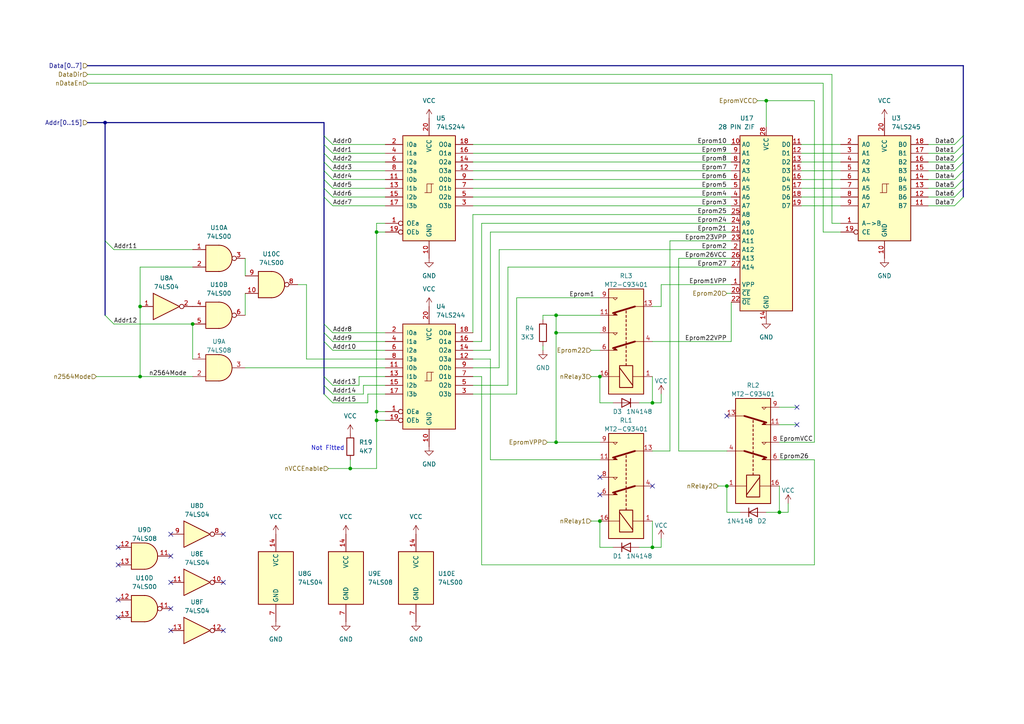
<source format=kicad_sch>
(kicad_sch (version 20211123) (generator eeschema)
  (paper "A4")
  (lib_symbols
    (symbol "74xx:74LS00" (pin_names (offset 1.016))
      (property "Reference" "U" (at 0 1.27 0))
      (property "Value" "74LS00" (at 0 -1.27 0))
      (symbol "74LS00_1_1"
        (arc (start 0 -3.81) (mid 3.81 0) (end 0 3.81) (stroke (width 0.254)) (fill (type background)))
        (polyline (pts (xy 0 3.81) (xy -3.81 3.81) (xy -3.81 -3.81) (xy 0 -3.81)) (stroke (width 0.254)) (fill (type background)))
        (pin input line (at -7.62 2.54 0) (length 3.81) (name "~") (number "1"))
        (pin input line (at -7.62 -2.54 0) (length 3.81) (name "~") (number "2"))
        (pin output inverted (at 7.62 0 180) (length 3.81) (name "~") (number "3"))
      )
      (symbol "74LS00_1_2"
        (arc (start -3.81 -3.81) (mid -2.589 0) (end -3.81 3.81) (stroke (width 0.254)))
        (arc (start -0.6096 -3.81) (mid 2.1842 -2.5851) (end 3.81 0) (stroke (width 0.254)) (fill (type background)))
        (polyline (pts (xy -3.81 -3.81) (xy -0.635 -3.81)) (stroke (width 0.254)) (fill (type background)))
        (polyline (pts (xy -3.81 3.81) (xy -0.635 3.81)) (stroke (width 0.254)) (fill (type background)))
        (polyline (pts (xy -0.635 3.81) (xy -3.81 3.81) (xy -3.81 3.81) (xy -3.556 3.4036) (xy -3.0226 2.2606) (xy -2.6924 1.0414) (xy -2.6162 -0.254) (xy -2.7686 -1.4986) (xy -3.175 -2.7178) (xy -3.81 -3.81) (xy -3.81 -3.81) (xy -0.635 -3.81)) (stroke (width -25.4)) (fill (type background)))
        (arc (start 3.81 0) (mid 2.1915 2.5936) (end -0.6096 3.81) (stroke (width 0.254)) (fill (type background)))
        (pin input inverted (at -7.62 2.54 0) (length 4.318) (name "~") (number "1"))
        (pin input inverted (at -7.62 -2.54 0) (length 4.318) (name "~") (number "2"))
        (pin output line (at 7.62 0 180) (length 3.81) (name "~") (number "3"))
      )
      (symbol "74LS00_2_1"
        (arc (start 0 -3.81) (mid 3.81 0) (end 0 3.81) (stroke (width 0.254)) (fill (type background)))
        (polyline (pts (xy 0 3.81) (xy -3.81 3.81) (xy -3.81 -3.81) (xy 0 -3.81)) (stroke (width 0.254)) (fill (type background)))
        (pin input line (at -7.62 2.54 0) (length 3.81) (name "~") (number "4"))
        (pin input line (at -7.62 -2.54 0) (length 3.81) (name "~") (number "5"))
        (pin output inverted (at 7.62 0 180) (length 3.81) (name "~") (number "6"))
      )
      (symbol "74LS00_2_2"
        (arc (start -3.81 -3.81) (mid -2.589 0) (end -3.81 3.81) (stroke (width 0.254)))
        (arc (start -0.6096 -3.81) (mid 2.1842 -2.5851) (end 3.81 0) (stroke (width 0.254)) (fill (type background)))
        (polyline (pts (xy -3.81 -3.81) (xy -0.635 -3.81)) (stroke (width 0.254)) (fill (type background)))
        (polyline (pts (xy -3.81 3.81) (xy -0.635 3.81)) (stroke (width 0.254)) (fill (type background)))
        (polyline (pts (xy -0.635 3.81) (xy -3.81 3.81) (xy -3.81 3.81) (xy -3.556 3.4036) (xy -3.0226 2.2606) (xy -2.6924 1.0414) (xy -2.6162 -0.254) (xy -2.7686 -1.4986) (xy -3.175 -2.7178) (xy -3.81 -3.81) (xy -3.81 -3.81) (xy -0.635 -3.81)) (stroke (width -25.4)) (fill (type background)))
        (arc (start 3.81 0) (mid 2.1915 2.5936) (end -0.6096 3.81) (stroke (width 0.254)) (fill (type background)))
        (pin input inverted (at -7.62 2.54 0) (length 4.318) (name "~") (number "4"))
        (pin input inverted (at -7.62 -2.54 0) (length 4.318) (name "~") (number "5"))
        (pin output line (at 7.62 0 180) (length 3.81) (name "~") (number "6"))
      )
      (symbol "74LS00_3_1"
        (arc (start 0 -3.81) (mid 3.81 0) (end 0 3.81) (stroke (width 0.254)) (fill (type background)))
        (polyline (pts (xy 0 3.81) (xy -3.81 3.81) (xy -3.81 -3.81) (xy 0 -3.81)) (stroke (width 0.254)) (fill (type background)))
        (pin input line (at -7.62 -2.54 0) (length 3.81) (name "~") (number "10"))
        (pin output inverted (at 7.62 0 180) (length 3.81) (name "~") (number "8"))
        (pin input line (at -7.62 2.54 0) (length 3.81) (name "~") (number "9"))
      )
      (symbol "74LS00_3_2"
        (arc (start -3.81 -3.81) (mid -2.589 0) (end -3.81 3.81) (stroke (width 0.254)))
        (arc (start -0.6096 -3.81) (mid 2.1842 -2.5851) (end 3.81 0) (stroke (width 0.254)) (fill (type background)))
        (polyline (pts (xy -3.81 -3.81) (xy -0.635 -3.81)) (stroke (width 0.254)) (fill (type background)))
        (polyline (pts (xy -3.81 3.81) (xy -0.635 3.81)) (stroke (width 0.254)) (fill (type background)))
        (polyline (pts (xy -0.635 3.81) (xy -3.81 3.81) (xy -3.81 3.81) (xy -3.556 3.4036) (xy -3.0226 2.2606) (xy -2.6924 1.0414) (xy -2.6162 -0.254) (xy -2.7686 -1.4986) (xy -3.175 -2.7178) (xy -3.81 -3.81) (xy -3.81 -3.81) (xy -0.635 -3.81)) (stroke (width -25.4)) (fill (type background)))
        (arc (start 3.81 0) (mid 2.1915 2.5936) (end -0.6096 3.81) (stroke (width 0.254)) (fill (type background)))
        (pin input inverted (at -7.62 -2.54 0) (length 4.318) (name "~") (number "10"))
        (pin output line (at 7.62 0 180) (length 3.81) (name "~") (number "8"))
        (pin input inverted (at -7.62 2.54 0) (length 4.318) (name "~") (number "9"))
      )
      (symbol "74LS00_4_1"
        (arc (start 0 -3.81) (mid 3.81 0) (end 0 3.81) (stroke (width 0.254)) (fill (type background)))
        (polyline (pts (xy 0 3.81) (xy -3.81 3.81) (xy -3.81 -3.81) (xy 0 -3.81)) (stroke (width 0.254)) (fill (type background)))
        (pin output inverted (at 7.62 0 180) (length 3.81) (name "~") (number "11"))
        (pin input line (at -7.62 2.54 0) (length 3.81) (name "~") (number "12"))
        (pin input line (at -7.62 -2.54 0) (length 3.81) (name "~") (number "13"))
      )
      (symbol "74LS00_4_2"
        (arc (start -3.81 -3.81) (mid -2.589 0) (end -3.81 3.81) (stroke (width 0.254)))
        (arc (start -0.6096 -3.81) (mid 2.1842 -2.5851) (end 3.81 0) (stroke (width 0.254)) (fill (type background)))
        (polyline (pts (xy -3.81 -3.81) (xy -0.635 -3.81)) (stroke (width 0.254)) (fill (type background)))
        (polyline (pts (xy -3.81 3.81) (xy -0.635 3.81)) (stroke (width 0.254)) (fill (type background)))
        (polyline (pts (xy -0.635 3.81) (xy -3.81 3.81) (xy -3.81 3.81) (xy -3.556 3.4036) (xy -3.0226 2.2606) (xy -2.6924 1.0414) (xy -2.6162 -0.254) (xy -2.7686 -1.4986) (xy -3.175 -2.7178) (xy -3.81 -3.81) (xy -3.81 -3.81) (xy -0.635 -3.81)) (stroke (width -25.4)) (fill (type background)))
        (arc (start 3.81 0) (mid 2.1915 2.5936) (end -0.6096 3.81) (stroke (width 0.254)) (fill (type background)))
        (pin output line (at 7.62 0 180) (length 3.81) (name "~") (number "11"))
        (pin input inverted (at -7.62 2.54 0) (length 4.318) (name "~") (number "12"))
        (pin input inverted (at -7.62 -2.54 0) (length 4.318) (name "~") (number "13"))
      )
      (symbol "74LS00_5_0"
        (pin power_in line (at 0 12.7 270) (length 5.08) (name "VCC") (number "14"))
        (pin power_in line (at 0 -12.7 90) (length 5.08) (name "GND") (number "7"))
      )
      (symbol "74LS00_5_1"
        (rectangle (start -5.08 7.62) (end 5.08 -7.62) (stroke (width 0.254)) (fill (type background)))
      )
    )
    (symbol "74xx:74LS04"
      (property "Reference" "U" (at 0 1.27 0))
      (property "Value" "74LS04" (at 0 -1.27 0))
      (symbol "74LS04_1_0"
        (polyline (pts (xy -3.81 3.81) (xy -3.81 -3.81) (xy 3.81 0) (xy -3.81 3.81)) (stroke (width 0.254)) (fill (type background)))
        (pin input line (at -7.62 0 0) (length 3.81) (name "~") (number "1"))
        (pin output inverted (at 7.62 0 180) (length 3.81) (name "~") (number "2"))
      )
      (symbol "74LS04_2_0"
        (polyline (pts (xy -3.81 3.81) (xy -3.81 -3.81) (xy 3.81 0) (xy -3.81 3.81)) (stroke (width 0.254)) (fill (type background)))
        (pin input line (at -7.62 0 0) (length 3.81) (name "~") (number "3"))
        (pin output inverted (at 7.62 0 180) (length 3.81) (name "~") (number "4"))
      )
      (symbol "74LS04_3_0"
        (polyline (pts (xy -3.81 3.81) (xy -3.81 -3.81) (xy 3.81 0) (xy -3.81 3.81)) (stroke (width 0.254)) (fill (type background)))
        (pin input line (at -7.62 0 0) (length 3.81) (name "~") (number "5"))
        (pin output inverted (at 7.62 0 180) (length 3.81) (name "~") (number "6"))
      )
      (symbol "74LS04_4_0"
        (polyline (pts (xy -3.81 3.81) (xy -3.81 -3.81) (xy 3.81 0) (xy -3.81 3.81)) (stroke (width 0.254)) (fill (type background)))
        (pin output inverted (at 7.62 0 180) (length 3.81) (name "~") (number "8"))
        (pin input line (at -7.62 0 0) (length 3.81) (name "~") (number "9"))
      )
      (symbol "74LS04_5_0"
        (polyline (pts (xy -3.81 3.81) (xy -3.81 -3.81) (xy 3.81 0) (xy -3.81 3.81)) (stroke (width 0.254)) (fill (type background)))
        (pin output inverted (at 7.62 0 180) (length 3.81) (name "~") (number "10"))
        (pin input line (at -7.62 0 0) (length 3.81) (name "~") (number "11"))
      )
      (symbol "74LS04_6_0"
        (polyline (pts (xy -3.81 3.81) (xy -3.81 -3.81) (xy 3.81 0) (xy -3.81 3.81)) (stroke (width 0.254)) (fill (type background)))
        (pin output inverted (at 7.62 0 180) (length 3.81) (name "~") (number "12"))
        (pin input line (at -7.62 0 0) (length 3.81) (name "~") (number "13"))
      )
      (symbol "74LS04_7_0"
        (pin power_in line (at 0 12.7 270) (length 5.08) (name "VCC") (number "14"))
        (pin power_in line (at 0 -12.7 90) (length 5.08) (name "GND") (number "7"))
      )
      (symbol "74LS04_7_1"
        (rectangle (start -5.08 7.62) (end 5.08 -7.62) (stroke (width 0.254)) (fill (type background)))
      )
    )
    (symbol "74xx:74LS08" (pin_names (offset 1.016))
      (property "Reference" "U" (at 0 1.27 0))
      (property "Value" "74LS08" (at 0 -1.27 0))
      (symbol "74LS08_1_1"
        (arc (start 0 -3.81) (mid 3.81 0) (end 0 3.81) (stroke (width 0.254)) (fill (type background)))
        (polyline (pts (xy 0 3.81) (xy -3.81 3.81) (xy -3.81 -3.81) (xy 0 -3.81)) (stroke (width 0.254)) (fill (type background)))
        (pin input line (at -7.62 2.54 0) (length 3.81) (name "~") (number "1"))
        (pin input line (at -7.62 -2.54 0) (length 3.81) (name "~") (number "2"))
        (pin output line (at 7.62 0 180) (length 3.81) (name "~") (number "3"))
      )
      (symbol "74LS08_1_2"
        (arc (start -3.81 -3.81) (mid -2.589 0) (end -3.81 3.81) (stroke (width 0.254)))
        (arc (start -0.6096 -3.81) (mid 2.1842 -2.5851) (end 3.81 0) (stroke (width 0.254)) (fill (type background)))
        (polyline (pts (xy -3.81 -3.81) (xy -0.635 -3.81)) (stroke (width 0.254)) (fill (type background)))
        (polyline (pts (xy -3.81 3.81) (xy -0.635 3.81)) (stroke (width 0.254)) (fill (type background)))
        (polyline (pts (xy -0.635 3.81) (xy -3.81 3.81) (xy -3.81 3.81) (xy -3.556 3.4036) (xy -3.0226 2.2606) (xy -2.6924 1.0414) (xy -2.6162 -0.254) (xy -2.7686 -1.4986) (xy -3.175 -2.7178) (xy -3.81 -3.81) (xy -3.81 -3.81) (xy -0.635 -3.81)) (stroke (width -25.4)) (fill (type background)))
        (arc (start 3.81 0) (mid 2.1915 2.5936) (end -0.6096 3.81) (stroke (width 0.254)) (fill (type background)))
        (pin input inverted (at -7.62 2.54 0) (length 4.318) (name "~") (number "1"))
        (pin input inverted (at -7.62 -2.54 0) (length 4.318) (name "~") (number "2"))
        (pin output inverted (at 7.62 0 180) (length 3.81) (name "~") (number "3"))
      )
      (symbol "74LS08_2_1"
        (arc (start 0 -3.81) (mid 3.81 0) (end 0 3.81) (stroke (width 0.254)) (fill (type background)))
        (polyline (pts (xy 0 3.81) (xy -3.81 3.81) (xy -3.81 -3.81) (xy 0 -3.81)) (stroke (width 0.254)) (fill (type background)))
        (pin input line (at -7.62 2.54 0) (length 3.81) (name "~") (number "4"))
        (pin input line (at -7.62 -2.54 0) (length 3.81) (name "~") (number "5"))
        (pin output line (at 7.62 0 180) (length 3.81) (name "~") (number "6"))
      )
      (symbol "74LS08_2_2"
        (arc (start -3.81 -3.81) (mid -2.589 0) (end -3.81 3.81) (stroke (width 0.254)))
        (arc (start -0.6096 -3.81) (mid 2.1842 -2.5851) (end 3.81 0) (stroke (width 0.254)) (fill (type background)))
        (polyline (pts (xy -3.81 -3.81) (xy -0.635 -3.81)) (stroke (width 0.254)) (fill (type background)))
        (polyline (pts (xy -3.81 3.81) (xy -0.635 3.81)) (stroke (width 0.254)) (fill (type background)))
        (polyline (pts (xy -0.635 3.81) (xy -3.81 3.81) (xy -3.81 3.81) (xy -3.556 3.4036) (xy -3.0226 2.2606) (xy -2.6924 1.0414) (xy -2.6162 -0.254) (xy -2.7686 -1.4986) (xy -3.175 -2.7178) (xy -3.81 -3.81) (xy -3.81 -3.81) (xy -0.635 -3.81)) (stroke (width -25.4)) (fill (type background)))
        (arc (start 3.81 0) (mid 2.1915 2.5936) (end -0.6096 3.81) (stroke (width 0.254)) (fill (type background)))
        (pin input inverted (at -7.62 2.54 0) (length 4.318) (name "~") (number "4"))
        (pin input inverted (at -7.62 -2.54 0) (length 4.318) (name "~") (number "5"))
        (pin output inverted (at 7.62 0 180) (length 3.81) (name "~") (number "6"))
      )
      (symbol "74LS08_3_1"
        (arc (start 0 -3.81) (mid 3.81 0) (end 0 3.81) (stroke (width 0.254)) (fill (type background)))
        (polyline (pts (xy 0 3.81) (xy -3.81 3.81) (xy -3.81 -3.81) (xy 0 -3.81)) (stroke (width 0.254)) (fill (type background)))
        (pin input line (at -7.62 -2.54 0) (length 3.81) (name "~") (number "10"))
        (pin output line (at 7.62 0 180) (length 3.81) (name "~") (number "8"))
        (pin input line (at -7.62 2.54 0) (length 3.81) (name "~") (number "9"))
      )
      (symbol "74LS08_3_2"
        (arc (start -3.81 -3.81) (mid -2.589 0) (end -3.81 3.81) (stroke (width 0.254)))
        (arc (start -0.6096 -3.81) (mid 2.1842 -2.5851) (end 3.81 0) (stroke (width 0.254)) (fill (type background)))
        (polyline (pts (xy -3.81 -3.81) (xy -0.635 -3.81)) (stroke (width 0.254)) (fill (type background)))
        (polyline (pts (xy -3.81 3.81) (xy -0.635 3.81)) (stroke (width 0.254)) (fill (type background)))
        (polyline (pts (xy -0.635 3.81) (xy -3.81 3.81) (xy -3.81 3.81) (xy -3.556 3.4036) (xy -3.0226 2.2606) (xy -2.6924 1.0414) (xy -2.6162 -0.254) (xy -2.7686 -1.4986) (xy -3.175 -2.7178) (xy -3.81 -3.81) (xy -3.81 -3.81) (xy -0.635 -3.81)) (stroke (width -25.4)) (fill (type background)))
        (arc (start 3.81 0) (mid 2.1915 2.5936) (end -0.6096 3.81) (stroke (width 0.254)) (fill (type background)))
        (pin input inverted (at -7.62 -2.54 0) (length 4.318) (name "~") (number "10"))
        (pin output inverted (at 7.62 0 180) (length 3.81) (name "~") (number "8"))
        (pin input inverted (at -7.62 2.54 0) (length 4.318) (name "~") (number "9"))
      )
      (symbol "74LS08_4_1"
        (arc (start 0 -3.81) (mid 3.81 0) (end 0 3.81) (stroke (width 0.254)) (fill (type background)))
        (polyline (pts (xy 0 3.81) (xy -3.81 3.81) (xy -3.81 -3.81) (xy 0 -3.81)) (stroke (width 0.254)) (fill (type background)))
        (pin output line (at 7.62 0 180) (length 3.81) (name "~") (number "11"))
        (pin input line (at -7.62 2.54 0) (length 3.81) (name "~") (number "12"))
        (pin input line (at -7.62 -2.54 0) (length 3.81) (name "~") (number "13"))
      )
      (symbol "74LS08_4_2"
        (arc (start -3.81 -3.81) (mid -2.589 0) (end -3.81 3.81) (stroke (width 0.254)))
        (arc (start -0.6096 -3.81) (mid 2.1842 -2.5851) (end 3.81 0) (stroke (width 0.254)) (fill (type background)))
        (polyline (pts (xy -3.81 -3.81) (xy -0.635 -3.81)) (stroke (width 0.254)) (fill (type background)))
        (polyline (pts (xy -3.81 3.81) (xy -0.635 3.81)) (stroke (width 0.254)) (fill (type background)))
        (polyline (pts (xy -0.635 3.81) (xy -3.81 3.81) (xy -3.81 3.81) (xy -3.556 3.4036) (xy -3.0226 2.2606) (xy -2.6924 1.0414) (xy -2.6162 -0.254) (xy -2.7686 -1.4986) (xy -3.175 -2.7178) (xy -3.81 -3.81) (xy -3.81 -3.81) (xy -0.635 -3.81)) (stroke (width -25.4)) (fill (type background)))
        (arc (start 3.81 0) (mid 2.1915 2.5936) (end -0.6096 3.81) (stroke (width 0.254)) (fill (type background)))
        (pin output inverted (at 7.62 0 180) (length 3.81) (name "~") (number "11"))
        (pin input inverted (at -7.62 2.54 0) (length 4.318) (name "~") (number "12"))
        (pin input inverted (at -7.62 -2.54 0) (length 4.318) (name "~") (number "13"))
      )
      (symbol "74LS08_5_0"
        (pin power_in line (at 0 12.7 270) (length 5.08) (name "VCC") (number "14"))
        (pin power_in line (at 0 -12.7 90) (length 5.08) (name "GND") (number "7"))
      )
      (symbol "74LS08_5_1"
        (rectangle (start -5.08 7.62) (end 5.08 -7.62) (stroke (width 0.254)) (fill (type background)))
      )
    )
    (symbol "74xx:74LS244" (pin_names (offset 1.016))
      (property "Reference" "U" (at -7.62 16.51 0))
      (property "Value" "74LS244" (at -7.62 -16.51 0))
      (symbol "74LS244_1_0"
        (polyline (pts (xy -0.635 -1.27) (xy -0.635 1.27) (xy 0.635 1.27)))
        (polyline (pts (xy -1.27 -1.27) (xy 0.635 -1.27) (xy 0.635 1.27) (xy 1.27 1.27)))
        (pin input inverted (at -12.7 -10.16 0) (length 5.08) (name "OEa") (number "1"))
        (pin power_in line (at 0 -20.32 90) (length 5.08) (name "GND") (number "10"))
        (pin input line (at -12.7 2.54 0) (length 5.08) (name "I0b") (number "11"))
        (pin tri_state line (at 12.7 5.08 180) (length 5.08) (name "O3a") (number "12"))
        (pin input line (at -12.7 0 0) (length 5.08) (name "I1b") (number "13"))
        (pin tri_state line (at 12.7 7.62 180) (length 5.08) (name "O2a") (number "14"))
        (pin input line (at -12.7 -2.54 0) (length 5.08) (name "I2b") (number "15"))
        (pin tri_state line (at 12.7 10.16 180) (length 5.08) (name "O1a") (number "16"))
        (pin input line (at -12.7 -5.08 0) (length 5.08) (name "I3b") (number "17"))
        (pin tri_state line (at 12.7 12.7 180) (length 5.08) (name "O0a") (number "18"))
        (pin input inverted (at -12.7 -12.7 0) (length 5.08) (name "OEb") (number "19"))
        (pin input line (at -12.7 12.7 0) (length 5.08) (name "I0a") (number "2"))
        (pin power_in line (at 0 20.32 270) (length 5.08) (name "VCC") (number "20"))
        (pin tri_state line (at 12.7 -5.08 180) (length 5.08) (name "O3b") (number "3"))
        (pin input line (at -12.7 10.16 0) (length 5.08) (name "I1a") (number "4"))
        (pin tri_state line (at 12.7 -2.54 180) (length 5.08) (name "O2b") (number "5"))
        (pin input line (at -12.7 7.62 0) (length 5.08) (name "I2a") (number "6"))
        (pin tri_state line (at 12.7 0 180) (length 5.08) (name "O1b") (number "7"))
        (pin input line (at -12.7 5.08 0) (length 5.08) (name "I3a") (number "8"))
        (pin tri_state line (at 12.7 2.54 180) (length 5.08) (name "O0b") (number "9"))
      )
      (symbol "74LS244_1_1"
        (rectangle (start -7.62 15.24) (end 7.62 -15.24) (stroke (width 0.254)) (fill (type background)))
      )
    )
    (symbol "74xx:74LS245" (pin_names (offset 1.016))
      (property "Reference" "U" (at -7.62 16.51 0))
      (property "Value" "74LS245" (at -7.62 -16.51 0))
      (symbol "74LS245_1_0"
        (polyline (pts (xy -0.635 -1.27) (xy -0.635 1.27) (xy 0.635 1.27)))
        (polyline (pts (xy -1.27 -1.27) (xy 0.635 -1.27) (xy 0.635 1.27) (xy 1.27 1.27)))
        (pin input line (at -12.7 -10.16 0) (length 5.08) (name "A->B") (number "1"))
        (pin power_in line (at 0 -20.32 90) (length 5.08) (name "GND") (number "10"))
        (pin tri_state line (at 12.7 -5.08 180) (length 5.08) (name "B7") (number "11"))
        (pin tri_state line (at 12.7 -2.54 180) (length 5.08) (name "B6") (number "12"))
        (pin tri_state line (at 12.7 0 180) (length 5.08) (name "B5") (number "13"))
        (pin tri_state line (at 12.7 2.54 180) (length 5.08) (name "B4") (number "14"))
        (pin tri_state line (at 12.7 5.08 180) (length 5.08) (name "B3") (number "15"))
        (pin tri_state line (at 12.7 7.62 180) (length 5.08) (name "B2") (number "16"))
        (pin tri_state line (at 12.7 10.16 180) (length 5.08) (name "B1") (number "17"))
        (pin tri_state line (at 12.7 12.7 180) (length 5.08) (name "B0") (number "18"))
        (pin input inverted (at -12.7 -12.7 0) (length 5.08) (name "CE") (number "19"))
        (pin tri_state line (at -12.7 12.7 0) (length 5.08) (name "A0") (number "2"))
        (pin power_in line (at 0 20.32 270) (length 5.08) (name "VCC") (number "20"))
        (pin tri_state line (at -12.7 10.16 0) (length 5.08) (name "A1") (number "3"))
        (pin tri_state line (at -12.7 7.62 0) (length 5.08) (name "A2") (number "4"))
        (pin tri_state line (at -12.7 5.08 0) (length 5.08) (name "A3") (number "5"))
        (pin tri_state line (at -12.7 2.54 0) (length 5.08) (name "A4") (number "6"))
        (pin tri_state line (at -12.7 0 0) (length 5.08) (name "A5") (number "7"))
        (pin tri_state line (at -12.7 -2.54 0) (length 5.08) (name "A6") (number "8"))
        (pin tri_state line (at -12.7 -5.08 0) (length 5.08) (name "A7") (number "9"))
      )
      (symbol "74LS245_1_1"
        (rectangle (start -7.62 15.24) (end 7.62 -15.24) (stroke (width 0.254)) (fill (type background)))
      )
    )
    (symbol "Device:D" (pin_numbers hide) (pin_names (offset 1.016) hide)
      (property "Reference" "D" (at 0 2.54 0))
      (property "Value" "D" (at 0 -2.54 0))
      (symbol "D_0_1"
        (polyline (pts (xy -1.27 1.27) (xy -1.27 -1.27)) (stroke (width 0.254)))
        (polyline (pts (xy 1.27 0) (xy -1.27 0)))
        (polyline (pts (xy 1.27 1.27) (xy 1.27 -1.27) (xy -1.27 0) (xy 1.27 1.27)) (stroke (width 0.254)))
      )
      (symbol "D_1_1"
        (pin passive line (at -3.81 0 0) (length 2.54) (name "K") (number "1"))
        (pin passive line (at 3.81 0 180) (length 2.54) (name "A") (number "2"))
      )
    )
    (symbol "Device:R" (pin_numbers hide) (pin_names (offset 0))
      (property "Reference" "R" (at 2.032 0 90))
      (property "Value" "R" (at 0 0 90))
      (symbol "R_0_1"
        (rectangle (start -1.016 -2.54) (end 1.016 2.54) (stroke (width 0.254)))
      )
      (symbol "R_1_1"
        (pin passive line (at 0 3.81 270) (length 1.27) (name "~") (number "1"))
        (pin passive line (at 0 -3.81 90) (length 1.27) (name "~") (number "2"))
      )
    )
    (symbol "MT2-C93401_1"
      (property "Reference" "RL" (at 16.51 3.81 0))
      (property "Value" "MT2-C93401_1" (at 16.51 1.27 0))
      (symbol "MT2-C93401_1_0_1"
        (rectangle (start -15.24 5.08) (end 15.24 -5.08) (stroke (width 0.254)) (fill (type background)))
        (rectangle (start -13.335 1.905) (end -6.985 -1.905) (stroke (width 0.254)))
        (polyline (pts (xy -12.7 -1.905) (xy -7.62 1.905)) (stroke (width 0.254)))
        (polyline (pts (xy -10.16 -5.08) (xy -10.16 -1.905)))
        (polyline (pts (xy -10.16 5.08) (xy -10.16 1.905)))
        (polyline (pts (xy -6.985 0) (xy -6.35 0)) (stroke (width 0.254)))
        (polyline (pts (xy -5.715 0) (xy -5.08 0)) (stroke (width 0.254)))
        (polyline (pts (xy -4.445 0) (xy -3.81 0)) (stroke (width 0.254)))
        (polyline (pts (xy -3.175 0) (xy -2.54 0)) (stroke (width 0.254)))
        (polyline (pts (xy -1.905 0) (xy -1.27 0)) (stroke (width 0.254)))
        (polyline (pts (xy -0.635 0) (xy 0 0)) (stroke (width 0.254)))
        (polyline (pts (xy 0 -2.54) (xy -1.905 3.81)) (stroke (width 0.508)))
        (polyline (pts (xy 0 -2.54) (xy 0 -5.08)))
        (polyline (pts (xy 0.635 0) (xy 1.27 0)) (stroke (width 0.254)))
        (polyline (pts (xy 1.905 0) (xy 2.54 0)) (stroke (width 0.254)))
        (polyline (pts (xy 3.175 0) (xy 3.81 0)) (stroke (width 0.254)))
        (polyline (pts (xy 4.445 0) (xy 5.08 0)) (stroke (width 0.254)))
        (polyline (pts (xy 5.715 0) (xy 6.35 0)) (stroke (width 0.254)))
        (polyline (pts (xy 6.985 0) (xy 7.62 0)) (stroke (width 0.254)))
        (polyline (pts (xy 8.255 0) (xy 8.89 0)) (stroke (width 0.254)))
        (polyline (pts (xy 10.16 -2.54) (xy 8.255 3.81)) (stroke (width 0.508)))
        (polyline (pts (xy 10.16 -2.54) (xy 10.16 -5.08)))
        (polyline (pts (xy -2.54 5.08) (xy -2.54 2.54) (xy -1.905 3.175) (xy -2.54 3.81)) (fill (type outline)))
        (polyline (pts (xy 2.54 5.08) (xy 2.54 2.54) (xy 1.905 3.175) (xy 2.54 3.81)))
        (polyline (pts (xy 7.62 5.08) (xy 7.62 2.54) (xy 8.255 3.175) (xy 7.62 3.81)) (fill (type outline)))
        (polyline (pts (xy 12.7 5.08) (xy 12.7 2.54) (xy 12.065 3.175) (xy 12.7 3.81)))
      )
      (symbol "MT2-C93401_1_1_1"
        (pin passive line (at -10.16 -7.62 90) (length 2.54) (name "~") (number "1"))
        (pin passive line (at 7.62 7.62 270) (length 2.54) (name "~") (number "11"))
        (pin passive line (at 10.16 -7.62 90) (length 2.54) (name "~") (number "13"))
        (pin passive line (at -10.16 7.62 270) (length 2.54) (name "~") (number "16"))
        (pin passive line (at 0 -7.62 90) (length 2.54) (name "~") (number "4"))
        (pin passive line (at -2.54 7.62 270) (length 2.54) (name "~") (number "6"))
        (pin passive line (at 2.54 7.62 270) (length 2.54) (name "~") (number "8"))
        (pin passive line (at 12.7 7.62 270) (length 2.54) (name "~") (number "9"))
      )
    )
    (symbol "Memory_EPROM:27256"
      (property "Reference" "U" (at -7.62 26.67 0))
      (property "Value" "27256" (at 2.54 -26.67 0))
      (symbol "27256_1_1"
        (rectangle (start -7.62 25.4) (end 7.62 -25.4) (stroke (width 0.254)) (fill (type background)))
        (pin input line (at -10.16 -17.78 0) (length 2.54) (name "VPP") (number "1"))
        (pin input line (at -10.16 22.86 0) (length 2.54) (name "A0") (number "10"))
        (pin tri_state line (at 10.16 22.86 180) (length 2.54) (name "D0") (number "11"))
        (pin tri_state line (at 10.16 20.32 180) (length 2.54) (name "D1") (number "12"))
        (pin tri_state line (at 10.16 17.78 180) (length 2.54) (name "D2") (number "13"))
        (pin power_in line (at 0 -27.94 90) (length 2.54) (name "GND") (number "14"))
        (pin tri_state line (at 10.16 15.24 180) (length 2.54) (name "D3") (number "15"))
        (pin tri_state line (at 10.16 12.7 180) (length 2.54) (name "D4") (number "16"))
        (pin tri_state line (at 10.16 10.16 180) (length 2.54) (name "D5") (number "17"))
        (pin tri_state line (at 10.16 7.62 180) (length 2.54) (name "D6") (number "18"))
        (pin tri_state line (at 10.16 5.08 180) (length 2.54) (name "D7") (number "19"))
        (pin input line (at -10.16 -7.62 0) (length 2.54) (name "A12") (number "2"))
        (pin input line (at -10.16 -20.32 0) (length 2.54) (name "~{CE}") (number "20"))
        (pin input line (at -10.16 -2.54 0) (length 2.54) (name "A10") (number "21"))
        (pin input line (at -10.16 -22.86 0) (length 2.54) (name "~{OE}") (number "22"))
        (pin input line (at -10.16 -5.08 0) (length 2.54) (name "A11") (number "23"))
        (pin input line (at -10.16 0 0) (length 2.54) (name "A9") (number "24"))
        (pin input line (at -10.16 2.54 0) (length 2.54) (name "A8") (number "25"))
        (pin input line (at -10.16 -10.16 0) (length 2.54) (name "A13") (number "26"))
        (pin input line (at -10.16 -12.7 0) (length 2.54) (name "A14") (number "27"))
        (pin power_in line (at 0 27.94 270) (length 2.54) (name "VCC") (number "28"))
        (pin input line (at -10.16 5.08 0) (length 2.54) (name "A7") (number "3"))
        (pin input line (at -10.16 7.62 0) (length 2.54) (name "A6") (number "4"))
        (pin input line (at -10.16 10.16 0) (length 2.54) (name "A5") (number "5"))
        (pin input line (at -10.16 12.7 0) (length 2.54) (name "A4") (number "6"))
        (pin input line (at -10.16 15.24 0) (length 2.54) (name "A3") (number "7"))
        (pin input line (at -10.16 17.78 0) (length 2.54) (name "A2") (number "8"))
        (pin input line (at -10.16 20.32 0) (length 2.54) (name "A1") (number "9"))
      )
    )
    (symbol "custom_symbols:MT2-C93401"
      (property "Reference" "RL" (at 16.51 3.81 0))
      (property "Value" "MT2-C93401" (at 16.51 1.27 0))
      (symbol "MT2-C93401_0_1"
        (rectangle (start -15.24 5.08) (end 15.24 -5.08) (stroke (width 0.254)) (fill (type background)))
        (rectangle (start -13.335 1.905) (end -6.985 -1.905) (stroke (width 0.254)))
        (polyline (pts (xy -12.7 -1.905) (xy -7.62 1.905)) (stroke (width 0.254)))
        (polyline (pts (xy -10.16 -5.08) (xy -10.16 -1.905)))
        (polyline (pts (xy -10.16 5.08) (xy -10.16 1.905)))
        (polyline (pts (xy -6.985 0) (xy -6.35 0)) (stroke (width 0.254)))
        (polyline (pts (xy -5.715 0) (xy -5.08 0)) (stroke (width 0.254)))
        (polyline (pts (xy -4.445 0) (xy -3.81 0)) (stroke (width 0.254)))
        (polyline (pts (xy -3.175 0) (xy -2.54 0)) (stroke (width 0.254)))
        (polyline (pts (xy -1.905 0) (xy -1.27 0)) (stroke (width 0.254)))
        (polyline (pts (xy -0.635 0) (xy 0 0)) (stroke (width 0.254)))
        (polyline (pts (xy 0 -2.54) (xy -1.905 3.81)) (stroke (width 0.508)))
        (polyline (pts (xy 0 -2.54) (xy 0 -5.08)))
        (polyline (pts (xy 0.635 0) (xy 1.27 0)) (stroke (width 0.254)))
        (polyline (pts (xy 1.905 0) (xy 2.54 0)) (stroke (width 0.254)))
        (polyline (pts (xy 3.175 0) (xy 3.81 0)) (stroke (width 0.254)))
        (polyline (pts (xy 4.445 0) (xy 5.08 0)) (stroke (width 0.254)))
        (polyline (pts (xy 5.715 0) (xy 6.35 0)) (stroke (width 0.254)))
        (polyline (pts (xy 6.985 0) (xy 7.62 0)) (stroke (width 0.254)))
        (polyline (pts (xy 8.255 0) (xy 8.89 0)) (stroke (width 0.254)))
        (polyline (pts (xy 10.16 -2.54) (xy 8.255 3.81)) (stroke (width 0.508)))
        (polyline (pts (xy 10.16 -2.54) (xy 10.16 -5.08)))
        (polyline (pts (xy -2.54 5.08) (xy -2.54 2.54) (xy -1.905 3.175) (xy -2.54 3.81)) (fill (type outline)))
        (polyline (pts (xy 2.54 5.08) (xy 2.54 2.54) (xy 1.905 3.175) (xy 2.54 3.81)))
        (polyline (pts (xy 7.62 5.08) (xy 7.62 2.54) (xy 8.255 3.175) (xy 7.62 3.81)) (fill (type outline)))
        (polyline (pts (xy 12.7 5.08) (xy 12.7 2.54) (xy 12.065 3.175) (xy 12.7 3.81)))
      )
      (symbol "MT2-C93401_1_1"
        (pin passive line (at -10.16 -7.62 90) (length 2.54) (name "~") (number "1"))
        (pin passive line (at 7.62 7.62 270) (length 2.54) (name "~") (number "11"))
        (pin passive line (at 10.16 -7.62 90) (length 2.54) (name "~") (number "13"))
        (pin passive line (at -10.16 7.62 270) (length 2.54) (name "~") (number "16"))
        (pin passive line (at 0 -7.62 90) (length 2.54) (name "~") (number "4"))
        (pin passive line (at -2.54 7.62 270) (length 2.54) (name "~") (number "6"))
        (pin passive line (at 2.54 7.62 270) (length 2.54) (name "~") (number "8"))
        (pin passive line (at 12.7 7.62 270) (length 2.54) (name "~") (number "9"))
      )
    )
    (symbol "power:GND" (power) (pin_names (offset 0))
      (property "Value" "GND" (at 0 -3.81 0))
      (symbol "GND_0_1"
        (polyline (pts (xy 0 0) (xy 0 -1.27) (xy 1.27 -1.27) (xy 0 -2.54) (xy -1.27 -1.27) (xy 0 -1.27)))
      )
      (symbol "GND_1_1"
        (pin power_in line (at 0 0 270) (length 0) hide (name "GND") (number "1"))
      )
    )
    (symbol "power:VCC" (power) (pin_names (offset 0))
      (property "Value" "VCC" (at 0 3.81 0))
      (symbol "VCC_0_1"
        (polyline (pts (xy -0.762 1.27) (xy 0 2.54)))
        (polyline (pts (xy 0 0) (xy 0 2.54)))
        (polyline (pts (xy 0 2.54) (xy 0.762 1.27)))
      )
      (symbol "VCC_1_1"
        (pin power_in line (at 0 0 90) (length 0) hide (name "VCC") (number "1"))
      )
    )
  )
  (junction (at 189.23 158.75))
  (junction (at 161.29 96.52))
  (junction (at 222.25 29.21))
  (junction (at 210.82 140.97))
  (junction (at 40.64 88.9))
  (junction (at 109.22 67.31))
  (junction (at 226.06 148.59))
  (junction (at 161.29 128.27))
  (junction (at 109.22 121.92))
  (junction (at 30.48 35.56))
  (junction (at 101.6 135.89))
  (junction (at 55.88 93.98))
  (junction (at 161.29 91.44))
  (junction (at 173.99 109.22))
  (junction (at 109.22 119.38))
  (junction (at 173.99 151.13))
  (junction (at 189.23 116.84))
  (junction (at 40.64 109.22))
  (no_connect (at 34.29 158.75))
  (no_connect (at 189.23 140.97))
  (no_connect (at 64.77 154.94))
  (no_connect (at 210.82 120.65))
  (no_connect (at 173.99 143.51))
  (no_connect (at 49.53 161.29))
  (no_connect (at 231.14 118.11))
  (no_connect (at 64.77 182.88))
  (no_connect (at 49.53 154.94))
  (no_connect (at 49.53 168.91))
  (no_connect (at 173.99 138.43))
  (no_connect (at 64.77 168.91))
  (no_connect (at 34.29 163.83))
  (no_connect (at 49.53 176.53))
  (no_connect (at 231.14 123.19))
  (no_connect (at 34.29 173.99))
  (no_connect (at 49.53 182.88))
  (no_connect (at 34.29 179.07))
  (bus_entry (at 93.98 114.3) (size 2.54 2.54))
  (bus_entry (at 279.4 39.37) (size -2.54 2.54))
  (bus_entry (at 93.98 44.45) (size 2.54 2.54))
  (bus_entry (at 93.98 99.06) (size 2.54 2.54))
  (bus_entry (at 279.4 57.15) (size -2.54 2.54))
  (bus_entry (at 93.98 111.76) (size 2.54 2.54))
  (bus_entry (at 93.98 52.07) (size 2.54 2.54))
  (bus_entry (at 93.98 39.37) (size 2.54 2.54))
  (bus_entry (at 279.4 52.07) (size -2.54 2.54))
  (bus_entry (at 30.48 91.44) (size 2.54 2.54))
  (bus_entry (at 93.98 49.53) (size 2.54 2.54))
  (bus_entry (at 279.4 44.45) (size -2.54 2.54))
  (bus_entry (at 279.4 49.53) (size -2.54 2.54))
  (bus_entry (at 93.98 93.98) (size 2.54 2.54))
  (bus_entry (at 279.4 46.99) (size -2.54 2.54))
  (bus_entry (at 93.98 109.22) (size 2.54 2.54))
  (bus_entry (at 93.98 46.99) (size 2.54 2.54))
  (bus_entry (at 93.98 41.91) (size 2.54 2.54))
  (bus_entry (at 279.4 41.91) (size -2.54 2.54))
  (bus_entry (at 93.98 54.61) (size 2.54 2.54))
  (bus_entry (at 30.48 69.85) (size 2.54 2.54))
  (bus_entry (at 279.4 54.61) (size -2.54 2.54))
  (bus_entry (at 93.98 57.15) (size 2.54 2.54))
  (bus_entry (at 93.98 96.52) (size 2.54 2.54))
  (wire (pts (xy 137.16 54.61) (xy 212.09 54.61)))
  (bus (pts (xy 25.4 35.56) (xy 30.48 35.56)))
  (wire (pts (xy 236.22 133.35) (xy 236.22 163.83)))
  (wire (pts (xy 142.24 133.35) (xy 173.99 133.35)))
  (wire (pts (xy 212.09 74.93) (xy 196.85 74.93)))
  (wire (pts (xy 222.25 148.59) (xy 226.06 148.59)))
  (bus (pts (xy 93.98 93.98) (xy 93.98 96.52)))
  (wire (pts (xy 137.16 96.52) (xy 137.16 62.23)))
  (wire (pts (xy 104.14 109.22) (xy 104.14 111.76)))
  (bus (pts (xy 279.4 19.05) (xy 279.4 39.37)))
  (wire (pts (xy 241.3 21.59) (xy 241.3 64.77)))
  (wire (pts (xy 232.41 59.69) (xy 243.84 59.69)))
  (wire (pts (xy 177.8 116.84) (xy 173.99 116.84)))
  (wire (pts (xy 144.78 106.68) (xy 144.78 72.39)))
  (bus (pts (xy 30.48 69.85) (xy 30.48 91.44)))
  (wire (pts (xy 27.94 109.22) (xy 40.64 109.22)))
  (wire (pts (xy 194.31 69.85) (xy 212.09 69.85)))
  (bus (pts (xy 93.98 49.53) (xy 93.98 52.07)))
  (bus (pts (xy 93.98 46.99) (xy 93.98 49.53)))
  (bus (pts (xy 279.4 54.61) (xy 279.4 57.15)))
  (wire (pts (xy 189.23 116.84) (xy 191.77 116.84)))
  (bus (pts (xy 279.4 46.99) (xy 279.4 49.53)))
  (wire (pts (xy 161.29 96.52) (xy 161.29 128.27)))
  (bus (pts (xy 30.48 35.56) (xy 30.48 69.85)))
  (wire (pts (xy 232.41 57.15) (xy 243.84 57.15)))
  (wire (pts (xy 185.42 116.84) (xy 189.23 116.84)))
  (wire (pts (xy 109.22 135.89) (xy 109.22 121.92)))
  (wire (pts (xy 189.23 116.84) (xy 189.23 109.22)))
  (bus (pts (xy 279.4 44.45) (xy 279.4 46.99)))
  (wire (pts (xy 189.23 99.06) (xy 212.09 99.06)))
  (wire (pts (xy 137.16 114.3) (xy 149.86 114.3)))
  (wire (pts (xy 232.41 46.99) (xy 243.84 46.99)))
  (wire (pts (xy 109.22 67.31) (xy 109.22 64.77)))
  (wire (pts (xy 157.48 100.33) (xy 157.48 101.6)))
  (wire (pts (xy 96.52 99.06) (xy 111.76 99.06)))
  (wire (pts (xy 276.86 54.61) (xy 269.24 54.61)))
  (wire (pts (xy 109.22 121.92) (xy 109.22 119.38)))
  (wire (pts (xy 105.41 114.3) (xy 105.41 111.76)))
  (wire (pts (xy 232.41 52.07) (xy 243.84 52.07)))
  (wire (pts (xy 177.8 158.75) (xy 173.99 158.75)))
  (wire (pts (xy 222.25 29.21) (xy 222.25 36.83)))
  (wire (pts (xy 96.52 44.45) (xy 111.76 44.45)))
  (wire (pts (xy 189.23 88.9) (xy 191.77 88.9)))
  (bus (pts (xy 279.4 41.91) (xy 279.4 44.45)))
  (bus (pts (xy 25.4 19.05) (xy 279.4 19.05)))
  (bus (pts (xy 93.98 54.61) (xy 93.98 57.15)))
  (wire (pts (xy 88.9 82.55) (xy 88.9 104.14)))
  (wire (pts (xy 137.16 109.22) (xy 139.7 109.22)))
  (wire (pts (xy 161.29 91.44) (xy 161.29 96.52)))
  (wire (pts (xy 210.82 85.09) (xy 212.09 85.09)))
  (wire (pts (xy 25.4 21.59) (xy 241.3 21.59)))
  (wire (pts (xy 139.7 163.83) (xy 236.22 163.83)))
  (wire (pts (xy 40.64 88.9) (xy 40.64 77.47)))
  (wire (pts (xy 96.52 54.61) (xy 111.76 54.61)))
  (wire (pts (xy 111.76 109.22) (xy 104.14 109.22)))
  (wire (pts (xy 71.12 74.93) (xy 71.12 80.01)))
  (wire (pts (xy 161.29 128.27) (xy 173.99 128.27)))
  (wire (pts (xy 228.6 146.05) (xy 228.6 148.59)))
  (wire (pts (xy 40.64 109.22) (xy 40.64 88.9)))
  (wire (pts (xy 173.99 158.75) (xy 173.99 151.13)))
  (wire (pts (xy 96.52 52.07) (xy 111.76 52.07)))
  (bus (pts (xy 93.98 39.37) (xy 93.98 41.91)))
  (wire (pts (xy 88.9 82.55) (xy 86.36 82.55)))
  (wire (pts (xy 212.09 82.55) (xy 191.77 82.55)))
  (wire (pts (xy 101.6 133.35) (xy 101.6 135.89)))
  (bus (pts (xy 93.98 111.76) (xy 93.98 114.3)))
  (wire (pts (xy 71.12 85.09) (xy 71.12 91.44)))
  (wire (pts (xy 189.23 158.75) (xy 189.23 151.13)))
  (wire (pts (xy 109.22 119.38) (xy 109.22 67.31)))
  (wire (pts (xy 144.78 72.39) (xy 212.09 72.39)))
  (wire (pts (xy 40.64 77.47) (xy 55.88 77.47)))
  (wire (pts (xy 196.85 74.93) (xy 196.85 130.81)))
  (wire (pts (xy 238.76 67.31) (xy 243.84 67.31)))
  (wire (pts (xy 137.16 111.76) (xy 147.32 111.76)))
  (bus (pts (xy 30.48 35.56) (xy 93.98 35.56)))
  (wire (pts (xy 137.16 57.15) (xy 212.09 57.15)))
  (wire (pts (xy 219.71 29.21) (xy 222.25 29.21)))
  (wire (pts (xy 137.16 101.6) (xy 142.24 101.6)))
  (wire (pts (xy 137.16 106.68) (xy 144.78 106.68)))
  (wire (pts (xy 214.63 148.59) (xy 210.82 148.59)))
  (wire (pts (xy 142.24 101.6) (xy 142.24 67.31)))
  (wire (pts (xy 96.52 101.6) (xy 111.76 101.6)))
  (bus (pts (xy 93.98 44.45) (xy 93.98 46.99)))
  (wire (pts (xy 157.48 92.71) (xy 157.48 91.44)))
  (wire (pts (xy 276.86 49.53) (xy 269.24 49.53)))
  (wire (pts (xy 173.99 109.22) (xy 171.45 109.22)))
  (bus (pts (xy 93.98 109.22) (xy 93.98 111.76)))
  (wire (pts (xy 276.86 41.91) (xy 269.24 41.91)))
  (wire (pts (xy 137.16 99.06) (xy 139.7 99.06)))
  (wire (pts (xy 96.52 96.52) (xy 111.76 96.52)))
  (wire (pts (xy 109.22 64.77) (xy 111.76 64.77)))
  (wire (pts (xy 191.77 114.3) (xy 191.77 116.84)))
  (wire (pts (xy 276.86 52.07) (xy 269.24 52.07)))
  (wire (pts (xy 276.86 46.99) (xy 269.24 46.99)))
  (wire (pts (xy 96.52 111.76) (xy 104.14 111.76)))
  (wire (pts (xy 189.23 158.75) (xy 191.77 158.75)))
  (wire (pts (xy 137.16 46.99) (xy 212.09 46.99)))
  (wire (pts (xy 55.88 93.98) (xy 55.88 104.14)))
  (wire (pts (xy 111.76 104.14) (xy 88.9 104.14)))
  (wire (pts (xy 96.52 49.53) (xy 111.76 49.53)))
  (wire (pts (xy 109.22 67.31) (xy 111.76 67.31)))
  (wire (pts (xy 147.32 77.47) (xy 147.32 111.76)))
  (wire (pts (xy 226.06 148.59) (xy 228.6 148.59)))
  (wire (pts (xy 137.16 62.23) (xy 212.09 62.23)))
  (wire (pts (xy 191.77 156.21) (xy 191.77 158.75)))
  (wire (pts (xy 276.86 59.69) (xy 269.24 59.69)))
  (wire (pts (xy 161.29 91.44) (xy 173.99 91.44)))
  (wire (pts (xy 96.52 114.3) (xy 105.41 114.3)))
  (wire (pts (xy 71.12 106.68) (xy 111.76 106.68)))
  (wire (pts (xy 111.76 121.92) (xy 109.22 121.92)))
  (wire (pts (xy 232.41 54.61) (xy 243.84 54.61)))
  (wire (pts (xy 173.99 86.36) (xy 149.86 86.36)))
  (bus (pts (xy 93.98 96.52) (xy 93.98 99.06)))
  (wire (pts (xy 191.77 82.55) (xy 191.77 88.9)))
  (wire (pts (xy 157.48 91.44) (xy 161.29 91.44)))
  (wire (pts (xy 142.24 104.14) (xy 142.24 133.35)))
  (wire (pts (xy 139.7 109.22) (xy 139.7 163.83)))
  (wire (pts (xy 96.52 59.69) (xy 111.76 59.69)))
  (wire (pts (xy 222.25 29.21) (xy 236.22 29.21)))
  (bus (pts (xy 279.4 52.07) (xy 279.4 54.61)))
  (wire (pts (xy 105.41 111.76) (xy 111.76 111.76)))
  (wire (pts (xy 96.52 41.91) (xy 111.76 41.91)))
  (bus (pts (xy 93.98 35.56) (xy 93.98 39.37)))
  (bus (pts (xy 279.4 39.37) (xy 279.4 41.91)))
  (wire (pts (xy 232.41 49.53) (xy 243.84 49.53)))
  (wire (pts (xy 137.16 41.91) (xy 212.09 41.91)))
  (wire (pts (xy 142.24 67.31) (xy 212.09 67.31)))
  (wire (pts (xy 139.7 64.77) (xy 212.09 64.77)))
  (wire (pts (xy 173.99 151.13) (xy 171.45 151.13)))
  (bus (pts (xy 93.98 41.91) (xy 93.98 44.45)))
  (wire (pts (xy 173.99 116.84) (xy 173.99 109.22)))
  (wire (pts (xy 137.16 52.07) (xy 212.09 52.07)))
  (wire (pts (xy 139.7 99.06) (xy 139.7 64.77)))
  (wire (pts (xy 171.45 101.6) (xy 173.99 101.6)))
  (wire (pts (xy 243.84 64.77) (xy 241.3 64.77)))
  (wire (pts (xy 232.41 44.45) (xy 243.84 44.45)))
  (wire (pts (xy 226.06 148.59) (xy 226.06 140.97)))
  (wire (pts (xy 96.52 46.99) (xy 111.76 46.99)))
  (wire (pts (xy 33.02 72.39) (xy 55.88 72.39)))
  (wire (pts (xy 95.25 135.89) (xy 101.6 135.89)))
  (wire (pts (xy 194.31 130.81) (xy 194.31 69.85)))
  (wire (pts (xy 238.76 24.13) (xy 238.76 67.31)))
  (wire (pts (xy 232.41 41.91) (xy 243.84 41.91)))
  (wire (pts (xy 106.68 114.3) (xy 106.68 116.84)))
  (wire (pts (xy 231.14 118.11) (xy 226.06 118.11)))
  (wire (pts (xy 137.16 49.53) (xy 212.09 49.53)))
  (wire (pts (xy 189.23 130.81) (xy 194.31 130.81)))
  (wire (pts (xy 137.16 59.69) (xy 212.09 59.69)))
  (wire (pts (xy 236.22 128.27) (xy 226.06 128.27)))
  (wire (pts (xy 210.82 140.97) (xy 208.28 140.97)))
  (wire (pts (xy 210.82 130.81) (xy 196.85 130.81)))
  (wire (pts (xy 276.86 44.45) (xy 269.24 44.45)))
  (wire (pts (xy 101.6 135.89) (xy 109.22 135.89)))
  (wire (pts (xy 161.29 96.52) (xy 173.99 96.52)))
  (wire (pts (xy 236.22 29.21) (xy 236.22 128.27)))
  (bus (pts (xy 93.98 99.06) (xy 93.98 109.22)))
  (wire (pts (xy 212.09 77.47) (xy 147.32 77.47)))
  (wire (pts (xy 158.75 128.27) (xy 161.29 128.27)))
  (wire (pts (xy 236.22 133.35) (xy 226.06 133.35)))
  (bus (pts (xy 93.98 57.15) (xy 93.98 93.98)))
  (wire (pts (xy 149.86 86.36) (xy 149.86 114.3)))
  (wire (pts (xy 185.42 158.75) (xy 189.23 158.75)))
  (wire (pts (xy 210.82 148.59) (xy 210.82 140.97)))
  (wire (pts (xy 106.68 114.3) (xy 111.76 114.3)))
  (wire (pts (xy 212.09 87.63) (xy 212.09 99.06)))
  (wire (pts (xy 137.16 104.14) (xy 142.24 104.14)))
  (wire (pts (xy 33.02 93.98) (xy 55.88 93.98)))
  (wire (pts (xy 276.86 57.15) (xy 269.24 57.15)))
  (wire (pts (xy 55.88 109.22) (xy 40.64 109.22)))
  (wire (pts (xy 96.52 57.15) (xy 111.76 57.15)))
  (wire (pts (xy 25.4 24.13) (xy 238.76 24.13)))
  (bus (pts (xy 93.98 52.07) (xy 93.98 54.61)))
  (bus (pts (xy 279.4 49.53) (xy 279.4 52.07)))
  (wire (pts (xy 137.16 44.45) (xy 212.09 44.45)))
  (wire (pts (xy 96.52 116.84) (xy 106.68 116.84)))
  (wire (pts (xy 109.22 119.38) (xy 111.76 119.38)))
  (wire (pts (xy 231.14 123.19) (xy 226.06 123.19)))
  (text "Not Fitted" (at 90.17 130.81 0) (effects (font (size 1.27 1.27)) (justify left bottom)))
  (label "Addr5" (at 96.52 54.61 0))
  (label "Eprom24" (at 210.82 64.77 180))
  (label "Addr1" (at 96.52 44.45 0))
  (label "Addr9" (at 96.52 99.06 0))
  (label "Addr4" (at 96.52 52.07 0))
  (label "Eprom22VPP" (at 210.82 99.06 180))
  (label "Data1" (at 276.86 44.45 180))
  (label "Eprom26" (at 226.06 133.35 0))
  (label "Eprom25" (at 210.82 62.23 180))
  (label "Eprom26VCC" (at 210.82 74.93 180))
  (label "Addr13" (at 96.52 111.76 0))
  (label "Data2" (at 276.86 46.99 180))
  (label "Data3" (at 276.86 49.53 180))
  (label "Addr6" (at 96.52 57.15 0))
  (label "Eprom1" (at 165.1 86.36 0))
  (label "Eprom1VPP" (at 210.82 82.55 180))
  (label "Eprom21" (at 210.82 67.31 180))
  (label "Addr2" (at 96.52 46.99 0))
  (label "Eprom27" (at 210.82 77.47 180))
  (label "EpromVCC" (at 226.06 128.27 0))
  (label "Addr12" (at 33.02 93.98 0))
  (label "Eprom5" (at 210.82 54.61 180))
  (label "Eprom4" (at 210.82 57.15 180))
  (label "Addr11" (at 33.02 72.39 0))
  (label "Eprom23VPP" (at 210.82 69.85 180))
  (label "Data0" (at 276.86 41.91 180))
  (label "Eprom9" (at 210.82 44.45 180))
  (label "Eprom10" (at 210.82 41.91 180))
  (label "Data6" (at 276.86 57.15 180))
  (label "Data4" (at 276.86 52.07 180))
  (label "Eprom8" (at 210.82 46.99 180))
  (label "Data7" (at 276.86 59.69 180))
  (label "Addr3" (at 96.52 49.53 0))
  (label "Data5" (at 276.86 54.61 180))
  (label "Eprom7" (at 210.82 49.53 180))
  (label "Addr14" (at 96.52 114.3 0))
  (label "n2564Mode" (at 43.18 109.22 0))
  (label "Addr15" (at 96.52 116.84 0))
  (label "Eprom3" (at 210.82 59.69 180))
  (label "Eprom2" (at 210.82 72.39 180))
  (label "Addr0" (at 96.52 41.91 0))
  (label "Addr7" (at 96.52 59.69 0))
  (label "Addr10" (at 96.52 101.6 0))
  (label "Addr8" (at 96.52 96.52 0))
  (label "Eprom6" (at 210.82 52.07 180))
  (hierarchical_label "nRelay1" (shape input) (at 171.45 151.13 180))
  (hierarchical_label "n2564Mode" (shape input) (at 27.94 109.22 180))
  (hierarchical_label "Eprom22" (shape input) (at 171.45 101.6 180))
  (hierarchical_label "nRelay2" (shape input) (at 208.28 140.97 180))
  (hierarchical_label "Eprom20" (shape input) (at 210.82 85.09 180))
  (hierarchical_label "Addr[0..15]" (shape input) (at 25.4 35.56 180))
  (hierarchical_label "nDataEn" (shape input) (at 25.4 24.13 180))
  (hierarchical_label "nVCCEnable" (shape input) (at 95.25 135.89 180))
  (hierarchical_label "EpromVCC" (shape input) (at 219.71 29.21 180))
  (hierarchical_label "Data[0..7]" (shape input) (at 25.4 19.05 180))
  (hierarchical_label "DataDir" (shape input) (at 25.4 21.59 180))
  (hierarchical_label "nRelay3" (shape input) (at 171.45 109.22 180))
  (hierarchical_label "EpromVPP" (shape input) (at 158.75 128.27 180))
  (symbol (lib_id "power:VCC") (at 228.6 146.05 0) (mirror y) (unit 1)
    (property "Reference" "#PWR0124" (effects hide))
    (property "Value" "VCC" (at 228.6 142.24 0))
  )
  (symbol (lib_id "74xx:74LS00") (at 78.74 82.55 0) (unit 3)
    (property "Reference" "U10" (at 78.74 73.66 0))
    (property "Value" "74LS00" (at 78.74 76.2 0))
    (property "Footprint" "Package_DIP:DIP-14_W7.62mm" (effects hide))
    (property "Datasheet" "http://www.ti.com/lit/gpn/sn74ls00" (effects hide))
  )
  (symbol (lib_id "74xx:74LS08") (at 41.91 161.29 0) (unit 4)
    (property "Reference" "U9" (at 41.91 153.67 0))
    (property "Value" "74LS08" (at 41.91 156.21 0))
    (property "Footprint" "Package_DIP:DIP-14_W7.62mm" (effects hide))
    (property "Datasheet" "http://www.ti.com/lit/gpn/sn74LS08" (effects hide))
  )
  (symbol (lib_id "Device:D") (at 181.61 116.84 180) (unit 1)
    (property "Reference" "D3" (at 179.07 119.38 0))
    (property "Value" "1N4148" (at 185.42 119.38 0))
    (property "Footprint" "custom_footprints:D_DO-35_SOD27_P11.43mm_Horizontal" (effects hide))
  )
  (symbol (lib_id "Device:D") (at 218.44 148.59 0) (mirror x) (unit 1)
    (property "Reference" "D2" (at 220.98 151.13 0))
    (property "Value" "1N4148" (at 214.63 151.13 0))
    (property "Footprint" "custom_footprints:D_DO-35_SOD27_P11.43mm_Horizontal" (effects hide))
  )
  (symbol (lib_id "power:VCC") (at 191.77 114.3 0) (mirror y) (unit 1)
    (property "Reference" "#PWR0123" (effects hide))
    (property "Value" "VCC" (at 191.77 110.49 0))
  )
  (symbol (lib_id "74xx:74LS04") (at 80.01 167.64 0) (unit 7)
    (property "Reference" "U8" (at 86.36 166.3699 0) (effects (justify left)))
    (property "Value" "74LS04" (at 86.36 168.9099 0) (effects (justify left)))
    (property "Footprint" "Package_DIP:DIP-14_W7.62mm" (effects hide))
    (property "Datasheet" "http://www.ti.com/lit/gpn/sn74LS04" (effects hide))
  )
  (symbol (lib_id "custom_symbols:MT2-C93401") (at 218.44 130.81 270) (mirror x) (unit 1)
    (property "Reference" "RL2" (at 218.44 111.76 90))
    (property "Value" "MT2-C93401" (at 218.44 114.3 90))
    (property "Footprint" "Relay_THT:Relay_DPDT_Omron_G5V-2" (effects hide))
    (property "Datasheet" "https://omronfs.omron.com/en_US/ecb/products/pdf/en-g2rl.pdf" (effects hide))
  )
  (symbol (lib_id "power:GND") (at 124.46 74.93 0) (unit 1)
    (property "Reference" "#PWR0115" (effects hide))
    (property "Value" "GND" (at 124.46 80.01 0))
  )
  (symbol (lib_id "74xx:74LS04") (at 57.15 154.94 0) (unit 4)
    (property "Reference" "U8" (at 57.15 146.685 0))
    (property "Value" "74LS04" (at 57.15 149.225 0))
    (property "Footprint" "Package_DIP:DIP-14_W7.62mm" (effects hide))
    (property "Datasheet" "http://www.ti.com/lit/gpn/sn74LS04" (effects hide))
  )
  (symbol (lib_id "74xx:74LS00") (at 63.5 91.44 0) (unit 2)
    (property "Reference" "U10" (at 63.5 82.55 0))
    (property "Value" "74LS00" (at 63.5 85.09 0))
    (property "Footprint" "Package_DIP:DIP-14_W7.62mm" (effects hide))
    (property "Datasheet" "http://www.ti.com/lit/gpn/sn74ls00" (effects hide))
  )
  (symbol (lib_id "74xx:74LS08") (at 100.33 167.64 0) (unit 5)
    (property "Reference" "U9" (at 106.68 166.3699 0) (effects (justify left)))
    (property "Value" "74LS08" (at 106.68 168.9099 0) (effects (justify left)))
    (property "Footprint" "Package_DIP:DIP-14_W7.62mm" (effects hide))
    (property "Datasheet" "http://www.ti.com/lit/gpn/sn74LS08" (effects hide))
  )
  (symbol (lib_id "power:VCC") (at 124.46 88.9 0) (unit 1)
    (property "Reference" "#PWR0116" (effects hide))
    (property "Value" "VCC" (at 124.46 83.82 0))
  )
  (symbol (lib_id "power:VCC") (at 80.01 154.94 0) (unit 1)
    (property "Reference" "#PWR0113" (effects hide))
    (property "Value" "VCC" (at 80.01 149.86 0))
  )
  (symbol (lib_id "74xx:74LS04") (at 48.26 88.9 0) (unit 1)
    (property "Reference" "U8" (at 48.26 80.645 0))
    (property "Value" "74LS04" (at 48.26 83.185 0))
    (property "Footprint" "Package_DIP:DIP-14_W7.62mm" (effects hide))
    (property "Datasheet" "http://www.ti.com/lit/gpn/sn74LS04" (effects hide))
  )
  (symbol (lib_id "power:GND") (at 100.33 180.34 0) (unit 1)
    (property "Reference" "#PWR0111" (effects hide))
    (property "Value" "GND" (at 100.33 185.42 0))
  )
  (symbol (lib_id "74xx:74LS00") (at 63.5 74.93 0) (unit 1)
    (property "Reference" "U10" (at 63.5 66.04 0))
    (property "Value" "74LS00" (at 63.5 68.58 0))
    (property "Footprint" "Package_DIP:DIP-14_W7.62mm" (effects hide))
    (property "Datasheet" "http://www.ti.com/lit/gpn/sn74ls00" (effects hide))
  )
  (symbol (lib_id "74xx:74LS244") (at 124.46 54.61 0) (unit 1)
    (property "Reference" "U5" (at 126.4794 34.29 0) (effects (justify left)))
    (property "Value" "74LS244" (at 126.4794 36.83 0) (effects (justify left)))
    (property "Footprint" "Package_DIP:DIP-20_W7.62mm" (effects hide))
    (property "Datasheet" "http://www.ti.com/lit/ds/symlink/sn74ls244.pdf" (effects hide))
  )
  (symbol (lib_id "power:GND") (at 256.54 74.93 0) (unit 1)
    (property "Reference" "#PWR0120" (effects hide))
    (property "Value" "GND" (at 256.54 80.01 0))
  )
  (symbol (lib_id "Memory_EPROM:27256") (at 222.25 64.77 0) (unit 1)
    (property "Reference" "U17" (at 214.63 34.29 0) (effects (justify left)))
    (property "Value" "28 PIN ZIF" (at 208.28 36.83 0) (effects (justify left)))
    (property "Footprint" "Package_DIP:DIP-28_W15.24mm_Socket" (effects hide))
    (property "Datasheet" "http://datasheet.octopart.com/D27256-2-Intel-datasheet-17852618.pdf" (effects hide))
  )
  (symbol (lib_id "custom_symbols:MT2-C93401") (at 181.61 140.97 90) (unit 1)
    (property "Reference" "RL1" (at 181.61 121.92 90))
    (property "Value" "MT2-C93401" (at 181.61 124.46 90))
    (property "Footprint" "Relay_THT:Relay_DPDT_Omron_G5V-2" (effects hide))
    (property "Datasheet" "https://omronfs.omron.com/en_US/ecb/products/pdf/en-g2rl.pdf" (effects hide))
  )
  (symbol (lib_id "74xx:74LS245") (at 256.54 54.61 0) (unit 1)
    (property "Reference" "U3" (at 258.5594 34.29 0) (effects (justify left)))
    (property "Value" "74LS245" (at 258.5594 36.83 0) (effects (justify left)))
    (property "Footprint" "Package_DIP:DIP-20_W7.62mm" (effects hide))
    (property "Datasheet" "http://www.ti.com/lit/gpn/sn74LS245" (effects hide))
  )
  (symbol (lib_id "74xx:74LS04") (at 57.15 168.91 0) (unit 5)
    (property "Reference" "U8" (at 57.15 160.655 0))
    (property "Value" "74LS04" (at 57.15 163.195 0))
    (property "Footprint" "Package_DIP:DIP-14_W7.62mm" (effects hide))
    (property "Datasheet" "http://www.ti.com/lit/gpn/sn74LS04" (effects hide))
  )
  (symbol (lib_id "power:GND") (at 124.46 129.54 0) (unit 1)
    (property "Reference" "#PWR0118" (effects hide))
    (property "Value" "GND" (at 124.46 134.62 0))
  )
  (symbol (lib_id "Device:R") (at 101.6 129.54 0) (unit 1)
    (property "Reference" "R19" (at 104.14 128.2699 0) (effects (justify left)))
    (property "Value" "4K7" (at 104.14 130.8099 0) (effects (justify left)))
    (property "Footprint" "custom_footprints:R_Axial_DIN0207_L6.3mm_D2.0mm_P11.43mm_Horizontal" (effects hide))
  )
  (symbol (lib_id "74xx:74LS00") (at 41.91 176.53 0) (unit 4)
    (property "Reference" "U10" (at 41.91 167.64 0))
    (property "Value" "74LS00" (at 41.91 170.18 0))
    (property "Footprint" "Package_DIP:DIP-14_W7.62mm" (effects hide))
    (property "Datasheet" "http://www.ti.com/lit/gpn/sn74ls00" (effects hide))
  )
  (symbol (lib_id "power:VCC") (at 124.46 34.29 0) (unit 1)
    (property "Reference" "#PWR0119" (effects hide))
    (property "Value" "VCC" (at 124.46 29.21 0))
  )
  (symbol (lib_id "power:VCC") (at 120.65 154.94 0) (unit 1)
    (property "Reference" "#PWR0117" (effects hide))
    (property "Value" "VCC" (at 120.65 149.86 0))
  )
  (symbol (lib_id "power:GND") (at 157.48 101.6 0) (unit 1)
    (property "Reference" "#PWR0143" (effects hide))
    (property "Value" "GND" (at 157.48 106.68 0))
  )
  (symbol (lib_id "74xx:74LS00") (at 120.65 167.64 0) (unit 5)
    (property "Reference" "U10" (at 127 166.3699 0) (effects (justify left)))
    (property "Value" "74LS00" (at 127 168.9099 0) (effects (justify left)))
    (property "Footprint" "Package_DIP:DIP-14_W7.62mm" (effects hide))
    (property "Datasheet" "http://www.ti.com/lit/gpn/sn74ls00" (effects hide))
  )
  (symbol (lib_id "74xx:74LS244") (at 124.46 109.22 0) (unit 1)
    (property "Reference" "U4" (at 126.4794 88.9 0) (effects (justify left)))
    (property "Value" "74LS244" (at 126.4794 91.44 0) (effects (justify left)))
    (property "Footprint" "Package_DIP:DIP-20_W7.62mm" (effects hide))
    (property "Datasheet" "http://www.ti.com/lit/ds/symlink/sn74ls244.pdf" (effects hide))
  )
  (symbol (lib_id "74xx:74LS04") (at 57.15 182.88 0) (unit 6)
    (property "Reference" "U8" (at 57.15 174.625 0))
    (property "Value" "74LS04" (at 57.15 177.165 0))
    (property "Footprint" "Package_DIP:DIP-14_W7.62mm" (effects hide))
    (property "Datasheet" "http://www.ti.com/lit/gpn/sn74LS04" (effects hide))
  )
  (symbol (lib_id "74xx:74LS08") (at 63.5 106.68 0) (unit 1)
    (property "Reference" "U9" (at 63.5 99.06 0))
    (property "Value" "74LS08" (at 63.5 101.6 0))
    (property "Footprint" "Package_DIP:DIP-14_W7.62mm" (effects hide))
    (property "Datasheet" "http://www.ti.com/lit/gpn/sn74LS08" (effects hide))
  )
  (symbol (lib_id "power:VCC") (at 191.77 156.21 0) (mirror y) (unit 1)
    (property "Reference" "#PWR0125" (effects hide))
    (property "Value" "VCC" (at 191.77 152.4 0))
  )
  (symbol (lib_id "power:VCC") (at 256.54 34.29 0) (unit 1)
    (property "Reference" "#PWR0121" (effects hide))
    (property "Value" "VCC" (at 256.54 29.21 0))
  )
  (symbol (lib_id "Device:R") (at 157.48 96.52 0) (mirror y) (unit 1)
    (property "Reference" "R4" (at 154.94 95.2499 0) (effects (justify left)))
    (property "Value" "3K3" (at 154.94 97.7899 0) (effects (justify left)))
    (property "Footprint" "custom_footprints:R_Axial_DIN0207_L6.3mm_D2.0mm_P11.43mm_Horizontal" (effects hide))
  )
  (symbol (lib_name "MT2-C93401_1") (lib_id "custom_symbols:MT2-C93401") (at 181.61 99.06 90) (unit 1)
    (property "Reference" "RL3" (at 181.61 80.01 90))
    (property "Value" "MT2-C93401" (at 181.61 82.55 90))
    (property "Footprint" "Relay_THT:Relay_DPDT_Omron_G5V-2" (effects hide))
    (property "Datasheet" "https://omronfs.omron.com/en_US/ecb/products/pdf/en-g2rl.pdf" (effects hide))
  )
  (symbol (lib_id "power:GND") (at 80.01 180.34 0) (unit 1)
    (property "Reference" "#PWR0114" (effects hide))
    (property "Value" "GND" (at 80.01 185.42 0))
  )
  (symbol (lib_id "power:VCC") (at 101.6 125.73 0) (unit 1)
    (property "Reference" "#PWR0149" (effects hide))
    (property "Value" "VCC" (at 101.6 120.65 0))
  )
  (symbol (lib_id "power:GND") (at 222.25 92.71 0) (unit 1)
    (property "Reference" "#PWR0122" (effects hide))
    (property "Value" "GND" (at 222.25 97.79 0))
  )
  (symbol (lib_id "Device:D") (at 181.61 158.75 0) (mirror x) (unit 1)
    (property "Reference" "D1" (at 179.07 161.29 0))
    (property "Value" "1N4148" (at 185.42 161.29 0))
    (property "Footprint" "custom_footprints:D_DO-35_SOD27_P11.43mm_Horizontal" (effects hide))
  )
  (symbol (lib_id "power:GND") (at 120.65 180.34 0) (unit 1)
    (property "Reference" "#PWR0110" (effects hide))
    (property "Value" "GND" (at 120.65 185.42 0))
  )
  (symbol (lib_id "power:VCC") (at 100.33 154.94 0) (unit 1)
    (property "Reference" "#PWR0112" (effects hide))
    (property "Value" "VCC" (at 100.33 149.86 0))
  )
)
</source>
